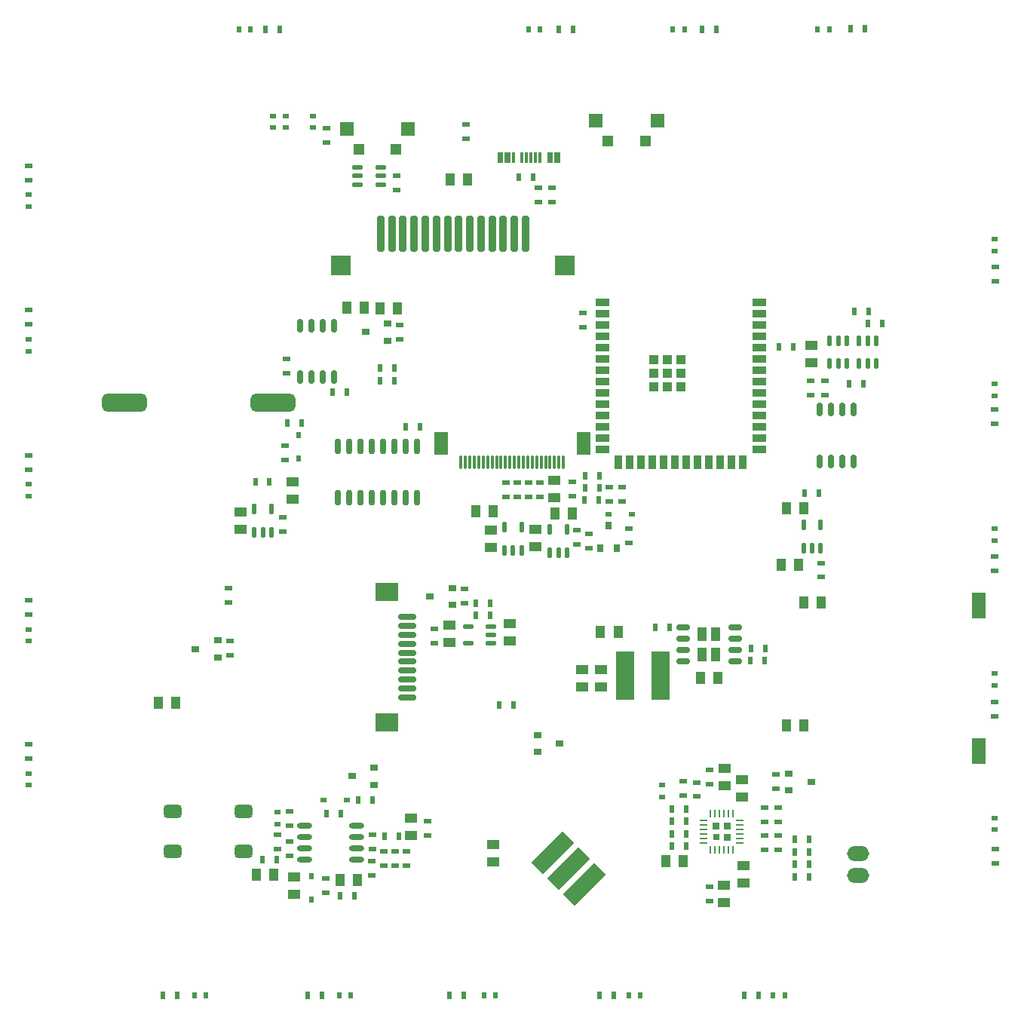
<source format=gtp>
G04*
G04 #@! TF.GenerationSoftware,Altium Limited,Altium Designer,24.5.2 (23)*
G04*
G04 Layer_Color=8421504*
%FSLAX44Y44*%
%MOMM*%
G71*
G04*
G04 #@! TF.SameCoordinates,EBE0DA84-5026-4A79-9117-03B61D32DCC8*
G04*
G04*
G04 #@! TF.FilePolarity,Positive*
G04*
G01*
G75*
%ADD10R,0.3000X1.1500*%
%ADD11R,2.2000X2.2000*%
G04:AMPARAMS|DCode=12|XSize=4mm|YSize=0.8mm|CornerRadius=0.2mm|HoleSize=0mm|Usage=FLASHONLY|Rotation=90.000|XOffset=0mm|YOffset=0mm|HoleType=Round|Shape=RoundedRectangle|*
%AMROUNDEDRECTD12*
21,1,4.0000,0.4000,0,0,90.0*
21,1,3.6000,0.8000,0,0,90.0*
1,1,0.4000,0.2000,1.8000*
1,1,0.4000,0.2000,-1.8000*
1,1,0.4000,-0.2000,-1.8000*
1,1,0.4000,-0.2000,1.8000*
%
%ADD12ROUNDEDRECTD12*%
%ADD13R,0.9000X0.6000*%
%ADD14R,1.1999X1.1999*%
%ADD15R,1.5000X1.5000*%
%ADD16R,0.6000X0.9000*%
G04:AMPARAMS|DCode=17|XSize=1.2mm|YSize=0.45mm|CornerRadius=0.1125mm|HoleSize=0mm|Usage=FLASHONLY|Rotation=0.000|XOffset=0mm|YOffset=0mm|HoleType=Round|Shape=RoundedRectangle|*
%AMROUNDEDRECTD17*
21,1,1.2000,0.2250,0,0,0.0*
21,1,0.9750,0.4500,0,0,0.0*
1,1,0.2250,0.4875,-0.1125*
1,1,0.2250,-0.4875,-0.1125*
1,1,0.2250,-0.4875,0.1125*
1,1,0.2250,0.4875,0.1125*
%
%ADD17ROUNDEDRECTD17*%
%ADD18R,0.8000X0.6000*%
%ADD19R,1.0000X1.4500*%
%ADD27R,1.6000X3.0000*%
%ADD28R,0.6000X0.8000*%
%ADD29R,1.5000X0.9000*%
%ADD30R,0.9000X1.5000*%
%ADD31R,1.0000X1.0000*%
%ADD32O,2.5000X1.7000*%
%ADD33R,1.0000X1.5000*%
G04:AMPARAMS|DCode=34|XSize=1.5mm|YSize=0.6mm|CornerRadius=0.15mm|HoleSize=0mm|Usage=FLASHONLY|Rotation=180.000|XOffset=0mm|YOffset=0mm|HoleType=Round|Shape=RoundedRectangle|*
%AMROUNDEDRECTD34*
21,1,1.5000,0.3000,0,0,180.0*
21,1,1.2000,0.6000,0,0,180.0*
1,1,0.3000,-0.6000,0.1500*
1,1,0.3000,0.6000,0.1500*
1,1,0.3000,0.6000,-0.1500*
1,1,0.3000,-0.6000,-0.1500*
%
%ADD34ROUNDEDRECTD34*%
%ADD35R,0.8000X0.8000*%
G04:AMPARAMS|DCode=36|XSize=0.25mm|YSize=0.9mm|CornerRadius=0.0625mm|HoleSize=0mm|Usage=FLASHONLY|Rotation=180.000|XOffset=0mm|YOffset=0mm|HoleType=Round|Shape=RoundedRectangle|*
%AMROUNDEDRECTD36*
21,1,0.2500,0.7750,0,0,180.0*
21,1,0.1250,0.9000,0,0,180.0*
1,1,0.1250,-0.0625,0.3875*
1,1,0.1250,0.0625,0.3875*
1,1,0.1250,0.0625,-0.3875*
1,1,0.1250,-0.0625,-0.3875*
%
%ADD36ROUNDEDRECTD36*%
G04:AMPARAMS|DCode=37|XSize=0.25mm|YSize=0.9mm|CornerRadius=0.0625mm|HoleSize=0mm|Usage=FLASHONLY|Rotation=90.000|XOffset=0mm|YOffset=0mm|HoleType=Round|Shape=RoundedRectangle|*
%AMROUNDEDRECTD37*
21,1,0.2500,0.7750,0,0,90.0*
21,1,0.1250,0.9000,0,0,90.0*
1,1,0.1250,0.3875,0.0625*
1,1,0.1250,0.3875,-0.0625*
1,1,0.1250,-0.3875,-0.0625*
1,1,0.1250,-0.3875,0.0625*
%
%ADD37ROUNDEDRECTD37*%
%ADD38R,0.9000X0.8000*%
%ADD39R,1.4500X1.0000*%
G04:AMPARAMS|DCode=40|XSize=1.5mm|YSize=2mm|CornerRadius=0.375mm|HoleSize=0mm|Usage=FLASHONLY|Rotation=90.000|XOffset=0mm|YOffset=0mm|HoleType=Round|Shape=RoundedRectangle|*
%AMROUNDEDRECTD40*
21,1,1.5000,1.2500,0,0,90.0*
21,1,0.7500,2.0000,0,0,90.0*
1,1,0.7500,0.6250,0.3750*
1,1,0.7500,0.6250,-0.3750*
1,1,0.7500,-0.6250,-0.3750*
1,1,0.7500,-0.6250,0.3750*
%
%ADD40ROUNDEDRECTD40*%
G04:AMPARAMS|DCode=41|XSize=5mm|YSize=1.8mm|CornerRadius=0mm|HoleSize=0mm|Usage=FLASHONLY|Rotation=225.000|XOffset=0mm|YOffset=0mm|HoleType=Round|Shape=Rectangle|*
%AMROTATEDRECTD41*
4,1,4,1.1314,2.4042,2.4042,1.1314,-1.1314,-2.4042,-2.4042,-1.1314,1.1314,2.4042,0.0*
%
%ADD41ROTATEDRECTD41*%

%ADD42R,1.5000X2.5500*%
G04:AMPARAMS|DCode=43|XSize=1.5mm|YSize=0.3mm|CornerRadius=0.075mm|HoleSize=0mm|Usage=FLASHONLY|Rotation=270.000|XOffset=0mm|YOffset=0mm|HoleType=Round|Shape=RoundedRectangle|*
%AMROUNDEDRECTD43*
21,1,1.5000,0.1500,0,0,270.0*
21,1,1.3500,0.3000,0,0,270.0*
1,1,0.1500,-0.0750,-0.6750*
1,1,0.1500,-0.0750,0.6750*
1,1,0.1500,0.0750,0.6750*
1,1,0.1500,0.0750,-0.6750*
%
%ADD43ROUNDEDRECTD43*%
%ADD44R,0.8000X0.9000*%
%ADD45R,0.7000X0.5000*%
G04:AMPARAMS|DCode=46|XSize=1.2mm|YSize=0.45mm|CornerRadius=0.1125mm|HoleSize=0mm|Usage=FLASHONLY|Rotation=90.000|XOffset=0mm|YOffset=0mm|HoleType=Round|Shape=RoundedRectangle|*
%AMROUNDEDRECTD46*
21,1,1.2000,0.2250,0,0,90.0*
21,1,0.9750,0.4500,0,0,90.0*
1,1,0.2250,0.1125,0.4875*
1,1,0.2250,0.1125,-0.4875*
1,1,0.2250,-0.1125,-0.4875*
1,1,0.2250,-0.1125,0.4875*
%
%ADD46ROUNDEDRECTD46*%
%ADD47R,2.5000X2.0000*%
G04:AMPARAMS|DCode=48|XSize=2mm|YSize=0.6mm|CornerRadius=0.15mm|HoleSize=0mm|Usage=FLASHONLY|Rotation=0.000|XOffset=0mm|YOffset=0mm|HoleType=Round|Shape=RoundedRectangle|*
%AMROUNDEDRECTD48*
21,1,2.0000,0.3000,0,0,0.0*
21,1,1.7000,0.6000,0,0,0.0*
1,1,0.3000,0.8500,-0.1500*
1,1,0.3000,-0.8500,-0.1500*
1,1,0.3000,-0.8500,0.1500*
1,1,0.3000,0.8500,0.1500*
%
%ADD48ROUNDEDRECTD48*%
G04:AMPARAMS|DCode=49|XSize=5mm|YSize=2mm|CornerRadius=0.5mm|HoleSize=0mm|Usage=FLASHONLY|Rotation=0.000|XOffset=0mm|YOffset=0mm|HoleType=Round|Shape=RoundedRectangle|*
%AMROUNDEDRECTD49*
21,1,5.0000,1.0000,0,0,0.0*
21,1,4.0000,2.0000,0,0,0.0*
1,1,1.0000,2.0000,-0.5000*
1,1,1.0000,-2.0000,-0.5000*
1,1,1.0000,-2.0000,0.5000*
1,1,1.0000,2.0000,0.5000*
%
%ADD49ROUNDEDRECTD49*%
%ADD50O,0.7000X1.7800*%
%ADD51R,2.1500X5.4000*%
G04:AMPARAMS|DCode=52|XSize=1.5mm|YSize=0.6mm|CornerRadius=0.15mm|HoleSize=0mm|Usage=FLASHONLY|Rotation=90.000|XOffset=0mm|YOffset=0mm|HoleType=Round|Shape=RoundedRectangle|*
%AMROUNDEDRECTD52*
21,1,1.5000,0.3000,0,0,90.0*
21,1,1.2000,0.6000,0,0,90.0*
1,1,0.3000,0.1500,0.6000*
1,1,0.3000,0.1500,-0.6000*
1,1,0.3000,-0.1500,-0.6000*
1,1,0.3000,-0.1500,0.6000*
%
%ADD52ROUNDEDRECTD52*%
%ADD53O,1.7000X0.7000*%
%ADD54R,0.5000X0.7000*%
G36*
X762205Y733987D02*
X752205D01*
Y743987D01*
X762205D01*
Y733987D01*
D02*
G37*
G36*
X746965D02*
X736965D01*
Y743987D01*
X746965D01*
Y733987D01*
D02*
G37*
G36*
X731725D02*
X721725D01*
Y743987D01*
X731725D01*
Y733987D01*
D02*
G37*
G36*
X762205Y718747D02*
X752205D01*
Y728747D01*
X762205D01*
Y718747D01*
D02*
G37*
G36*
X731725D02*
X721725D01*
Y728747D01*
X731725D01*
Y718747D01*
D02*
G37*
G36*
X762205Y703507D02*
X752205D01*
Y713507D01*
X762205D01*
Y703507D01*
D02*
G37*
G36*
X746965D02*
X736965D01*
Y713507D01*
X746965D01*
Y703507D01*
D02*
G37*
G36*
X731725D02*
X721725D01*
Y713507D01*
X731725D01*
Y703507D01*
D02*
G37*
G36*
X801585Y423377D02*
X791585D01*
Y438377D01*
X801585D01*
Y423377D01*
D02*
G37*
G36*
X786345D02*
X776345D01*
Y438377D01*
X786345D01*
Y423377D01*
D02*
G37*
G36*
Y400517D02*
X776345D01*
Y415517D01*
X786345D01*
Y400517D01*
D02*
G37*
G36*
X813565Y211097D02*
X805565D01*
Y219097D01*
X813565D01*
Y211097D01*
D02*
G37*
G36*
X800865D02*
X792865D01*
Y219097D01*
X800865D01*
Y211097D01*
D02*
G37*
G36*
X813565Y198587D02*
X805565D01*
Y206587D01*
X813565D01*
Y198587D01*
D02*
G37*
D10*
X620130Y966009D02*
D03*
X617130D02*
D03*
X612130D02*
D03*
X609130D02*
D03*
X584130D02*
D03*
X594130D02*
D03*
X599130D02*
D03*
X569130D02*
D03*
X589130D02*
D03*
X579130D02*
D03*
X564130D02*
D03*
X561130D02*
D03*
X556130D02*
D03*
X553130D02*
D03*
D11*
X627428Y844854D02*
D03*
X375810D02*
D03*
D12*
X420368Y880414D02*
D03*
X432868D02*
D03*
X445368D02*
D03*
X457868D02*
D03*
X470368D02*
D03*
X482868D02*
D03*
X495368D02*
D03*
X507868D02*
D03*
X520368D02*
D03*
X532868D02*
D03*
X545368D02*
D03*
X557868D02*
D03*
X570368D02*
D03*
X582868D02*
D03*
D13*
X437984Y929208D02*
D03*
Y945208D02*
D03*
X516008Y986854D02*
D03*
Y1002854D02*
D03*
X612528Y915734D02*
D03*
Y931734D02*
D03*
X359300Y998904D02*
D03*
Y982904D02*
D03*
X597288Y915734D02*
D03*
Y931734D02*
D03*
X24740Y794870D02*
D03*
Y778870D02*
D03*
Y631040D02*
D03*
Y615040D02*
D03*
Y468480D02*
D03*
Y452480D02*
D03*
Y307190D02*
D03*
Y291190D02*
D03*
X1110590Y173080D02*
D03*
Y189080D02*
D03*
X1109320Y338180D02*
D03*
Y354180D02*
D03*
Y502010D02*
D03*
Y518010D02*
D03*
X24740Y956160D02*
D03*
Y940160D02*
D03*
X1109320Y667110D02*
D03*
Y683110D02*
D03*
X1110590Y827130D02*
D03*
Y843130D02*
D03*
X918785Y714777D02*
D03*
Y698777D02*
D03*
X691465Y595417D02*
D03*
Y579417D02*
D03*
X654215Y526917D02*
D03*
Y542917D02*
D03*
X647465Y791167D02*
D03*
Y775167D02*
D03*
X775275Y248307D02*
D03*
Y264307D02*
D03*
X760035Y249197D02*
D03*
Y265197D02*
D03*
X789965Y262167D02*
D03*
Y278167D02*
D03*
X864175Y272817D02*
D03*
Y256817D02*
D03*
X851475Y219987D02*
D03*
Y235987D02*
D03*
X866715Y204237D02*
D03*
Y188237D02*
D03*
X789245Y147087D02*
D03*
Y131087D02*
D03*
X449385Y186477D02*
D03*
Y170477D02*
D03*
X902965Y698777D02*
D03*
Y714777D02*
D03*
X441715Y777667D02*
D03*
Y761667D02*
D03*
X314465Y723667D02*
D03*
Y739667D02*
D03*
X851475Y188237D02*
D03*
Y204237D02*
D03*
X866715Y235987D02*
D03*
Y219987D02*
D03*
X251215Y406917D02*
D03*
Y422917D02*
D03*
X249715Y466417D02*
D03*
Y482417D02*
D03*
X640715Y531167D02*
D03*
Y547167D02*
D03*
X560765Y584507D02*
D03*
Y600507D02*
D03*
X573465D02*
D03*
Y584507D02*
D03*
X598865Y600507D02*
D03*
Y584507D02*
D03*
X358715Y139977D02*
D03*
Y155977D02*
D03*
X312995Y642387D02*
D03*
Y626387D02*
D03*
X635105Y585907D02*
D03*
Y601907D02*
D03*
X480635Y436647D02*
D03*
Y420647D02*
D03*
X423985Y170477D02*
D03*
Y186477D02*
D03*
X410715Y189667D02*
D03*
Y205667D02*
D03*
X914465Y494667D02*
D03*
Y510667D02*
D03*
X310715Y561667D02*
D03*
Y545667D02*
D03*
X586165Y584507D02*
D03*
Y600507D02*
D03*
X318075Y181887D02*
D03*
Y197887D02*
D03*
X677215Y595417D02*
D03*
Y579417D02*
D03*
X410465Y160167D02*
D03*
Y176167D02*
D03*
X436685Y170477D02*
D03*
Y186477D02*
D03*
X698965Y549167D02*
D03*
Y533167D02*
D03*
X318215Y215667D02*
D03*
Y231667D02*
D03*
X472715Y204417D02*
D03*
Y220417D02*
D03*
X514489Y465280D02*
D03*
Y481280D02*
D03*
X304105Y189507D02*
D03*
Y205507D02*
D03*
D14*
X395685Y975209D02*
D03*
X437684D02*
D03*
X675572Y984472D02*
D03*
X717571D02*
D03*
D15*
X451184Y998069D02*
D03*
X382185D02*
D03*
X731071Y1007332D02*
D03*
X662072D02*
D03*
D16*
X591318Y944054D02*
D03*
X575318D02*
D03*
X175490Y24870D02*
D03*
X191490D02*
D03*
X338050D02*
D03*
X354050D02*
D03*
X497690D02*
D03*
X513690D02*
D03*
X665710D02*
D03*
X681710D02*
D03*
X844270D02*
D03*
X828270D02*
D03*
X947650Y1110720D02*
D03*
X963650D02*
D03*
X781280Y1109450D02*
D03*
X797280D02*
D03*
X619990D02*
D03*
X635990D02*
D03*
X291060D02*
D03*
X307060D02*
D03*
X435715Y715167D02*
D03*
X419715D02*
D03*
X435965Y729667D02*
D03*
X419965D02*
D03*
X553715Y351417D02*
D03*
X569715D02*
D03*
X968465Y793167D02*
D03*
X952465D02*
D03*
X967465Y779167D02*
D03*
X983465D02*
D03*
X648965Y581417D02*
D03*
X664965D02*
D03*
X901385Y200047D02*
D03*
X885385D02*
D03*
X901385Y158137D02*
D03*
X885385D02*
D03*
X746955Y234337D02*
D03*
X762955D02*
D03*
X762955Y220367D02*
D03*
X746955D02*
D03*
X762955Y206397D02*
D03*
X746955D02*
D03*
X762955Y192427D02*
D03*
X746955D02*
D03*
X744715Y438167D02*
D03*
X728715D02*
D03*
X885385Y186077D02*
D03*
X901385D02*
D03*
X885385Y172107D02*
D03*
X901385D02*
D03*
X962345Y711857D02*
D03*
X946345D02*
D03*
X279465Y601917D02*
D03*
X295465D02*
D03*
X867715Y753667D02*
D03*
X883715D02*
D03*
X287215Y177187D02*
D03*
X303215D02*
D03*
X315155Y667407D02*
D03*
X331155D02*
D03*
X366465Y702167D02*
D03*
X382465D02*
D03*
X911965Y588667D02*
D03*
X895965D02*
D03*
X649715Y608167D02*
D03*
X665715D02*
D03*
X851965Y414917D02*
D03*
X835965D02*
D03*
X835215Y400917D02*
D03*
X851215D02*
D03*
X649965Y594917D02*
D03*
X665965D02*
D03*
X448715Y663917D02*
D03*
X464715D02*
D03*
X527245Y465477D02*
D03*
X543245D02*
D03*
X411165Y244497D02*
D03*
X395165D02*
D03*
X424375Y203857D02*
D03*
X440375D02*
D03*
X375715Y229167D02*
D03*
X359715D02*
D03*
X390845Y136547D02*
D03*
X374845D02*
D03*
X527245Y451507D02*
D03*
X543245D02*
D03*
D17*
X420560Y935684D02*
D03*
Y945184D02*
D03*
Y954684D02*
D03*
X394560Y935684D02*
D03*
Y945184D02*
D03*
Y954684D02*
D03*
X518435Y439417D02*
D03*
Y420417D02*
D03*
X544435Y439417D02*
D03*
Y429917D02*
D03*
Y420417D02*
D03*
D18*
X299578Y1012644D02*
D03*
Y999644D02*
D03*
X313578D02*
D03*
Y1012644D02*
D03*
X344060D02*
D03*
Y999644D02*
D03*
X1109997Y386530D02*
D03*
Y373530D02*
D03*
X25003Y761470D02*
D03*
Y748470D02*
D03*
X1109997Y224030D02*
D03*
Y211030D02*
D03*
Y549030D02*
D03*
Y536030D02*
D03*
Y711530D02*
D03*
Y698530D02*
D03*
X1109997Y874029D02*
D03*
Y861029D02*
D03*
X25003Y910970D02*
D03*
Y923970D02*
D03*
Y585970D02*
D03*
Y598970D02*
D03*
X25000Y423160D02*
D03*
Y436160D02*
D03*
X24997Y260965D02*
D03*
Y273965D02*
D03*
X735905Y261157D02*
D03*
Y248157D02*
D03*
X304105Y217677D02*
D03*
Y230677D02*
D03*
D19*
X518138Y941514D02*
D03*
X498638D02*
D03*
X876215Y328667D02*
D03*
X895715D02*
D03*
X170465Y353417D02*
D03*
X189965D02*
D03*
X914715Y466417D02*
D03*
X895215D02*
D03*
X667215Y433417D02*
D03*
X686715D02*
D03*
X779215Y381917D02*
D03*
X798715D02*
D03*
X759625Y175917D02*
D03*
X740125D02*
D03*
X546965Y568417D02*
D03*
X527465D02*
D03*
X615715Y566167D02*
D03*
X635215D02*
D03*
X374365Y154327D02*
D03*
X393865D02*
D03*
X889165Y508657D02*
D03*
X869665D02*
D03*
X895465Y572167D02*
D03*
X875965D02*
D03*
X280465Y160917D02*
D03*
X299965D02*
D03*
X401965Y797167D02*
D03*
X382465D02*
D03*
X439465Y796667D02*
D03*
X419965D02*
D03*
D27*
X1091540Y299510D02*
D03*
Y463020D02*
D03*
D28*
X224030Y25003D02*
D03*
X211030D02*
D03*
X386530D02*
D03*
X373530D02*
D03*
X549030D02*
D03*
X536030D02*
D03*
X711829Y25029D02*
D03*
X698829D02*
D03*
X748470Y1109997D02*
D03*
X761470D02*
D03*
X874029Y24997D02*
D03*
X861029D02*
D03*
X923970Y1109997D02*
D03*
X910970D02*
D03*
X598970D02*
D03*
X585970D02*
D03*
X273965D02*
D03*
X260965D02*
D03*
D29*
X845205Y638567D02*
D03*
Y651267D02*
D03*
Y663967D02*
D03*
Y676667D02*
D03*
Y689367D02*
D03*
Y702067D02*
D03*
Y714767D02*
D03*
Y727467D02*
D03*
Y740167D02*
D03*
Y752867D02*
D03*
Y765567D02*
D03*
Y778267D02*
D03*
Y790967D02*
D03*
Y803667D02*
D03*
X669205Y638567D02*
D03*
Y651267D02*
D03*
Y663967D02*
D03*
Y676667D02*
D03*
Y689367D02*
D03*
Y702067D02*
D03*
Y714767D02*
D03*
Y727467D02*
D03*
Y740167D02*
D03*
Y752867D02*
D03*
Y765567D02*
D03*
Y778267D02*
D03*
Y790967D02*
D03*
Y803667D02*
D03*
D30*
X687355Y623667D02*
D03*
X700055D02*
D03*
X712755D02*
D03*
X725455D02*
D03*
X738155D02*
D03*
X750855D02*
D03*
X763555D02*
D03*
X776255D02*
D03*
X788955D02*
D03*
X801655D02*
D03*
X814355D02*
D03*
X827055D02*
D03*
D31*
X741965Y723747D02*
D03*
D32*
X955965Y184107D02*
D03*
Y160107D02*
D03*
D33*
X796585Y408017D02*
D03*
D34*
X759965Y400517D02*
D03*
Y438617D02*
D03*
Y425917D02*
D03*
X817965Y438617D02*
D03*
Y425917D02*
D03*
Y413217D02*
D03*
Y400517D02*
D03*
X759965Y413217D02*
D03*
D35*
X796865Y202587D02*
D03*
D36*
X790715Y188437D02*
D03*
X795715D02*
D03*
X800715D02*
D03*
X805715D02*
D03*
X810715D02*
D03*
X815715D02*
D03*
Y229437D02*
D03*
X810715D02*
D03*
X805715D02*
D03*
X800715D02*
D03*
X795715D02*
D03*
X790715D02*
D03*
D37*
X823715Y196437D02*
D03*
Y201437D02*
D03*
Y206437D02*
D03*
Y211437D02*
D03*
Y216437D02*
D03*
Y221437D02*
D03*
X782715D02*
D03*
Y216437D02*
D03*
Y211437D02*
D03*
Y206437D02*
D03*
Y201437D02*
D03*
Y196437D02*
D03*
D38*
X596465Y298417D02*
D03*
X621465Y307917D02*
D03*
X596465Y317417D02*
D03*
X413125Y261667D02*
D03*
X388125Y271167D02*
D03*
X413125Y280667D02*
D03*
X500755Y482597D02*
D03*
X475755Y473097D02*
D03*
X500755Y463597D02*
D03*
X878465Y255417D02*
D03*
X903465Y264917D02*
D03*
X878465Y274417D02*
D03*
X428465Y779417D02*
D03*
X403465Y769917D02*
D03*
X428465Y760417D02*
D03*
X237465Y423667D02*
D03*
X212465Y414167D02*
D03*
X237465Y404667D02*
D03*
D39*
X321215Y601667D02*
D03*
Y582167D02*
D03*
X646715Y391167D02*
D03*
Y371667D02*
D03*
X667465D02*
D03*
Y391167D02*
D03*
X904215Y754667D02*
D03*
Y735167D02*
D03*
X806715Y260667D02*
D03*
Y280167D02*
D03*
X826075Y247447D02*
D03*
Y266947D02*
D03*
X827345Y170427D02*
D03*
Y150927D02*
D03*
X805755Y148837D02*
D03*
Y129337D02*
D03*
X546675Y175057D02*
D03*
Y194557D02*
D03*
X614855Y603157D02*
D03*
Y583657D02*
D03*
X594305Y548457D02*
D03*
Y528957D02*
D03*
X543965Y547417D02*
D03*
Y527917D02*
D03*
X262715Y548417D02*
D03*
Y567917D02*
D03*
X565215Y422917D02*
D03*
Y442417D02*
D03*
X497145Y440937D02*
D03*
Y421437D02*
D03*
X323155Y138227D02*
D03*
Y157727D02*
D03*
X454715Y223917D02*
D03*
Y204417D02*
D03*
D40*
X186515Y186917D02*
D03*
X265915D02*
D03*
X186515Y231917D02*
D03*
X265915D02*
D03*
D41*
X649065Y149206D02*
D03*
X631105Y167167D02*
D03*
X613144Y185127D02*
D03*
D42*
X487965Y644547D02*
D03*
X647965D02*
D03*
D43*
X625465Y623547D02*
D03*
X620465D02*
D03*
X615465D02*
D03*
X610465D02*
D03*
X605465D02*
D03*
X600465D02*
D03*
X595465D02*
D03*
X590465D02*
D03*
X585465D02*
D03*
X580465D02*
D03*
X575465D02*
D03*
X570465D02*
D03*
X565465D02*
D03*
X560465D02*
D03*
X555465D02*
D03*
X550465D02*
D03*
X545465D02*
D03*
X540465D02*
D03*
X535465D02*
D03*
X530465D02*
D03*
X525465D02*
D03*
X520465D02*
D03*
X515465D02*
D03*
X510465D02*
D03*
D44*
X685465Y527417D02*
D03*
X675965Y552417D02*
D03*
X666465Y527417D02*
D03*
D45*
X702365Y564917D02*
D03*
X676065D02*
D03*
X355725Y244497D02*
D03*
X382025D02*
D03*
D46*
X297465Y571417D02*
D03*
X278465D02*
D03*
X297465Y545417D02*
D03*
X287965D02*
D03*
X278465D02*
D03*
X629465Y548167D02*
D03*
X610465D02*
D03*
X629465Y522167D02*
D03*
X619965D02*
D03*
X610465D02*
D03*
X578405Y550727D02*
D03*
X559405D02*
D03*
X578405Y524727D02*
D03*
X568905D02*
D03*
X559405D02*
D03*
X914315Y553407D02*
D03*
X895315D02*
D03*
X914315Y527407D02*
D03*
X904815D02*
D03*
X895315D02*
D03*
X943525Y760417D02*
D03*
X976545D02*
D03*
X967045D02*
D03*
X957545D02*
D03*
X976545Y734417D02*
D03*
X967045D02*
D03*
X957545D02*
D03*
X934025Y760417D02*
D03*
X924525D02*
D03*
X943525Y734417D02*
D03*
X934025D02*
D03*
X924525D02*
D03*
D47*
X427465Y331908D02*
D03*
Y477908D02*
D03*
D48*
X449965Y449908D02*
D03*
Y439908D02*
D03*
Y429908D02*
D03*
Y419908D02*
D03*
Y409908D02*
D03*
Y399908D02*
D03*
Y389908D02*
D03*
Y379908D02*
D03*
Y369908D02*
D03*
Y359908D02*
D03*
D49*
X299593Y690906D02*
D03*
X132593D02*
D03*
D50*
X372365Y583667D02*
D03*
X385065D02*
D03*
X397765D02*
D03*
X410465D02*
D03*
X423165D02*
D03*
X435865D02*
D03*
X448565D02*
D03*
X461265D02*
D03*
X372365Y641667D02*
D03*
X385065D02*
D03*
X397765D02*
D03*
X410465D02*
D03*
X423165D02*
D03*
X435865D02*
D03*
X448565D02*
D03*
X461265D02*
D03*
D51*
X694465Y384167D02*
D03*
X734465D02*
D03*
D52*
X926189Y682979D02*
D03*
X913489Y624978D02*
D03*
X926189D02*
D03*
X938889D02*
D03*
X951589D02*
D03*
X938889Y682979D02*
D03*
X951589D02*
D03*
X913489D02*
D03*
X342629Y777243D02*
D03*
X329929Y719243D02*
D03*
X342629D02*
D03*
X355329D02*
D03*
X368029D02*
D03*
X355329Y777243D02*
D03*
X368029D02*
D03*
X329929D02*
D03*
D53*
X393005Y177187D02*
D03*
Y189887D02*
D03*
Y202587D02*
D03*
Y215287D02*
D03*
X335005Y177187D02*
D03*
Y189887D02*
D03*
Y202587D02*
D03*
Y215287D02*
D03*
D54*
X342205Y158587D02*
D03*
Y132287D02*
D03*
X328235Y653887D02*
D03*
Y627587D02*
D03*
M02*

</source>
